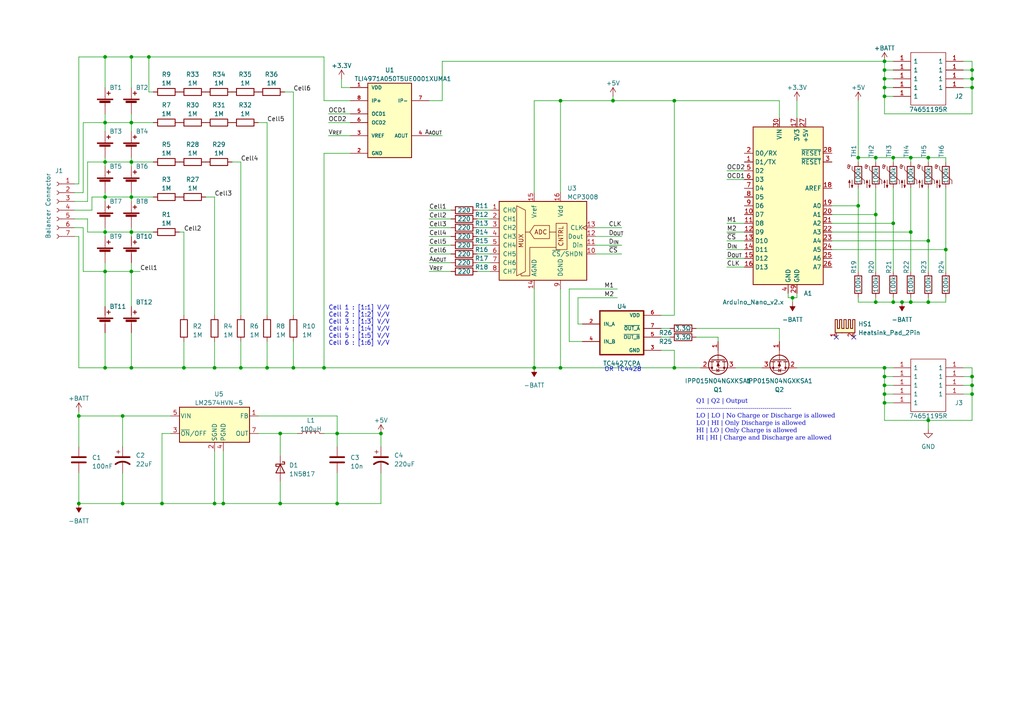
<source format=kicad_sch>
(kicad_sch (version 20230121) (generator eeschema)
  (paper "A4")
  (lib_symbols
    (symbol "74651195R_1" (pin_names (offset 0.762))
      (property "Reference" "J2" (at 19.05 -10.16 0))
      (property "Value" "74651195R" (at 10.16 -15.24 0))
      (symbol "74651195R_1_0_0"
        (pin passive line (at 0 -10.16 0) (length 5.08) (name "1") (number "1"))
        (pin passive line (at 0 -7.62 0) (length 5.08) (name "1") (number "1"))
        (pin passive line (at 0 -5.08 0) (length 5.08) (name "1") (number "1"))
        (pin passive line (at 0 -2.54 0) (length 5.08) (name "1") (number "1"))
        (pin passive line (at 0 0 0) (length 5.08) (name "1") (number "1"))
        (pin passive line (at 20.32 -7.62 180) (length 5.08) (name "1") (number "1"))
        (pin passive line (at 20.32 -5.08 180) (length 5.08) (name "1") (number "1"))
        (pin passive line (at 20.32 -2.54 180) (length 5.08) (name "1") (number "1"))
        (pin passive line (at 20.32 0 180) (length 5.08) (name "1") (number "1"))
      )
    )
    (symbol "Analog_ADC:MCP3008" (pin_names (offset 1.016))
      (property "Reference" "U" (at -5.08 13.335 0))
      (property "Value" "MCP3008" (at -5.08 11.43 0))
      (symbol "MCP3008_0_0"
        (text "ADC" (at -0.635 1.27 0) (effects (font (size 1.27 1.27))))
        (text "CNTRL" (at 5.969 -2.921 900) (effects (font (size 1.27 1.27)) (justify left bottom)))
        (text "MUX" (at -6.35 -1.27 900) (effects (font (size 1.27 1.27))))
      )
      (symbol "MCP3008_1_1"
        (pin input line (at -15.24 7.62 0) (length 2.54) (name "CH0") (number "1"))
        (pin input line (at 15.24 -5.08 180) (length 2.54) (name "~{CS}/SHDN") (number "10"))
        (pin input line (at 15.24 -2.54 180) (length 2.54) (name "Din") (number "11"))
        (pin output line (at 15.24 0 180) (length 2.54) (name "Dout") (number "12"))
        (pin input clock (at 15.24 2.54 180) (length 2.54) (name "CLK") (number "13"))
        (pin power_in line (at -2.54 -15.24 90) (length 2.54) (name "AGND") (number "14"))
        (pin power_in line (at -2.54 12.7 270) (length 2.54) (name "Vref") (number "15"))
        (pin power_in line (at 5.08 12.7 270) (length 2.54) (name "Vdd") (number "16"))
        (pin input line (at -15.24 5.08 0) (length 2.54) (name "CH1") (number "2"))
        (pin input line (at -15.24 2.54 0) (length 2.54) (name "CH2") (number "3"))
        (pin input line (at -15.24 0 0) (length 2.54) (name "CH3") (number "4"))
        (pin input line (at -15.24 -2.54 0) (length 2.54) (name "CH4") (number "5"))
        (pin input line (at -15.24 -5.08 0) (length 2.54) (name "CH5") (number "6"))
        (pin input line (at -15.24 -7.62 0) (length 2.54) (name "CH6") (number "7"))
        (pin input line (at -15.24 -10.16 0) (length 2.54) (name "CH7") (number "8"))
        (pin power_in line (at 5.08 -15.24 90) (length 2.54) (name "DGND") (number "9"))
      )
    )
    (symbol "Connector:Conn_01x07_Socket" (pin_names (offset 1.016) hide)
      (property "Reference" "J" (at 0 10.16 0))
      (property "Value" "Conn_01x07_Socket" (at 0 -10.16 0))
      (symbol "Conn_01x07_Socket_1_1"
        (pin passive line (at -5.08 7.62 0) (length 3.81) (name "Pin_1") (number "1"))
        (pin passive line (at -5.08 5.08 0) (length 3.81) (name "Pin_2") (number "2"))
        (pin passive line (at -5.08 2.54 0) (length 3.81) (name "Pin_3") (number "3"))
        (pin passive line (at -5.08 0 0) (length 3.81) (name "Pin_4") (number "4"))
        (pin passive line (at -5.08 -2.54 0) (length 3.81) (name "Pin_5") (number "5"))
        (pin passive line (at -5.08 -5.08 0) (length 3.81) (name "Pin_6") (number "6"))
        (pin passive line (at -5.08 -7.62 0) (length 3.81) (name "Pin_7") (number "7"))
      )
    )
    (symbol "Device:Battery_Cell" (pin_numbers hide) (pin_names (offset 0) hide)
      (property "Reference" "BT" (at 2.54 2.54 0))
      (property "Value" "Battery_Cell" (at 2.54 0 0))
      (symbol "Battery_Cell_1_1"
        (pin passive line (at 0 5.08 270) (length 2.54) (name "+") (number "1"))
        (pin passive line (at 0 -2.54 90) (length 2.54) (name "-") (number "2"))
      )
    )
    (symbol "Device:C" (pin_numbers hide) (pin_names (offset 0.254))
      (property "Reference" "C" (at 0.635 2.54 0))
      (property "Value" "C" (at 0.635 -2.54 0))
      (symbol "C_1_1"
        (pin passive line (at 0 3.81 270) (length 2.794) (name "~") (number "1"))
        (pin passive line (at 0 -3.81 90) (length 2.794) (name "~") (number "2"))
      )
    )
    (symbol "Device:C_Polarized_US" (pin_numbers hide) (pin_names (offset 0.254) hide)
      (property "Reference" "C" (at 0.635 2.54 0))
      (property "Value" "C_Polarized_US" (at 0.635 -2.54 0))
      (symbol "C_Polarized_US_1_1"
        (pin passive line (at 0 3.81 270) (length 2.794) (name "~") (number "1"))
        (pin passive line (at 0 -3.81 90) (length 3.302) (name "~") (number "2"))
      )
    )
    (symbol "Device:D_Schottky" (pin_numbers hide) (pin_names (offset 1.016) hide)
      (property "Reference" "D" (at 0 2.54 0))
      (property "Value" "D_Schottky" (at 0 -2.54 0))
      (symbol "D_Schottky_1_1"
        (pin passive line (at -3.81 0 0) (length 2.54) (name "K") (number "1"))
        (pin passive line (at 3.81 0 180) (length 2.54) (name "A") (number "2"))
      )
    )
    (symbol "Device:L" (pin_numbers hide) (pin_names (offset 1.016) hide)
      (property "Reference" "L" (at -1.27 0 90))
      (property "Value" "L" (at 1.905 0 90))
      (symbol "L_1_1"
        (pin passive line (at 0 3.81 270) (length 1.27) (name "1") (number "1"))
        (pin passive line (at 0 -3.81 90) (length 1.27) (name "2") (number "2"))
      )
    )
    (symbol "Device:Q_NMOS_GDS" (pin_names (offset 0) hide)
      (property "Reference" "Q" (at 5.08 1.27 0))
      (property "Value" "Q_NMOS_GDS" (at 5.08 -1.27 0))
      (symbol "Q_NMOS_GDS_1_1"
        (pin input line (at -5.08 0 0) (length 2.54) (name "G") (number "1"))
        (pin passive line (at 2.54 5.08 270) (length 2.54) (name "D") (number "2"))
        (pin passive line (at 2.54 -5.08 90) (length 2.54) (name "S") (number "3"))
      )
    )
    (symbol "Device:R" (pin_numbers hide) (pin_names (offset 0))
      (property "Reference" "R" (at 2.032 0 90))
      (property "Value" "R" (at 0 0 90))
      (symbol "R_1_1"
        (pin passive line (at 0 3.81 270) (length 1.27) (name "~") (number "1"))
        (pin passive line (at 0 -3.81 90) (length 1.27) (name "~") (number "2"))
      )
    )
    (symbol "Device:Thermistor_NTC" (pin_numbers hide) (pin_names (offset 0))
      (property "Reference" "TH" (at -4.445 0 90))
      (property "Value" "Thermistor_NTC" (at 3.175 0 90))
      (symbol "Thermistor_NTC_1_1"
        (pin passive line (at 0 3.81 270) (length 1.27) (name "~") (number "1"))
        (pin passive line (at 0 -3.81 90) (length 1.27) (name "~") (number "2"))
      )
    )
    (symbol "MCU_Module:Arduino_Nano_v2.x"
      (property "Reference" "A" (at -10.16 23.495 0))
      (property "Value" "Arduino_Nano_v2.x" (at 5.08 -24.13 0))
      (symbol "Arduino_Nano_v2.x_1_1"
        (pin bidirectional line (at -12.7 12.7 0) (length 2.54) (name "D1/TX") (number "1"))
        (pin bidirectional line (at -12.7 -2.54 0) (length 2.54) (name "D7") (number "10"))
        (pin bidirectional line (at -12.7 -5.08 0) (length 2.54) (name "D8") (number "11"))
        (pin bidirectional line (at -12.7 -7.62 0) (length 2.54) (name "D9") (number "12"))
        (pin bidirectional line (at -12.7 -10.16 0) (length 2.54) (name "D10") (number "13"))
        (pin bidirectional line (at -12.7 -12.7 0) (length 2.54) (name "D11") (number "14"))
        (pin bidirectional line (at -12.7 -15.24 0) (length 2.54) (name "D12") (number "15"))
        (pin bidirectional line (at -12.7 -17.78 0) (length 2.54) (name "D13") (number "16"))
        (pin power_out line (at 2.54 25.4 270) (length 2.54) (name "3V3") (number "17"))
        (pin input line (at 12.7 5.08 180) (length 2.54) (name "AREF") (number "18"))
        (pin bidirectional line (at 12.7 0 180) (length 2.54) (name "A0") (number "19"))
        (pin bidirectional line (at -12.7 15.24 0) (length 2.54) (name "D0/RX") (number "2"))
        (pin bidirectional line (at 12.7 -2.54 180) (length 2.54) (name "A1") (number "20"))
        (pin bidirectional line (at 12.7 -5.08 180) (length 2.54) (name "A2") (number "21"))
        (pin bidirectional line (at 12.7 -7.62 180) (length 2.54) (name "A3") (number "22"))
        (pin bidirectional line (at 12.7 -10.16 180) (length 2.54) (name "A4") (number "23"))
        (pin bidirectional line (at 12.7 -12.7 180) (length 2.54) (name "A5") (number "24"))
        (pin bidirectional line (at 12.7 -15.24 180) (length 2.54) (name "A6") (number "25"))
        (pin bidirectional line (at 12.7 -17.78 180) (length 2.54) (name "A7") (number "26"))
        (pin power_out line (at 5.08 25.4 270) (length 2.54) (name "+5V") (number "27"))
        (pin input line (at 12.7 15.24 180) (length 2.54) (name "~{RESET}") (number "28"))
        (pin power_in line (at 2.54 -25.4 90) (length 2.54) (name "GND") (number "29"))
        (pin input line (at 12.7 12.7 180) (length 2.54) (name "~{RESET}") (number "3"))
        (pin power_in line (at -2.54 25.4 270) (length 2.54) (name "VIN") (number "30"))
        (pin power_in line (at 0 -25.4 90) (length 2.54) (name "GND") (number "4"))
        (pin bidirectional line (at -12.7 10.16 0) (length 2.54) (name "D2") (number "5"))
        (pin bidirectional line (at -12.7 7.62 0) (length 2.54) (name "D3") (number "6"))
        (pin bidirectional line (at -12.7 5.08 0) (length 2.54) (name "D4") (number "7"))
        (pin bidirectional line (at -12.7 2.54 0) (length 2.54) (name "D5") (number "8"))
        (pin bidirectional line (at -12.7 0 0) (length 2.54) (name "D6") (number "9"))
      )
    )
    (symbol "Mechanical:Heatsink_Pad_2Pin" (pin_names (offset 0))
      (property "Reference" "HS" (at 0 5.715 0))
      (property "Value" "Heatsink_Pad_2Pin" (at 0 3.81 0))
      (symbol "Heatsink_Pad_2Pin_1_1"
        (pin passive line (at -2.54 -2.54 90) (length 1.27) (name "~") (number "1"))
        (pin passive line (at 2.54 -2.54 90) (length 1.27) (name "~") (number "2"))
      )
    )
    (symbol "Regulator_Switching:LM2574HVN-5" (pin_names (offset 0.254))
      (property "Reference" "U" (at -10.16 6.35 0))
      (property "Value" "LM2574HVN-5" (at 0 6.35 0))
      (symbol "LM2574HVN-5_1_1"
        (pin input line (at 12.7 2.54 180) (length 2.54) (name "FB") (number "1"))
        (pin power_in line (at 0 -7.62 90) (length 2.54) (name "SGND") (number "2"))
        (pin input line (at -12.7 -2.54 0) (length 2.54) (name "~{ON}/OFF") (number "3"))
        (pin power_in line (at 2.54 -7.62 90) (length 2.54) (name "PGND") (number "4"))
        (pin power_in line (at -12.7 2.54 0) (length 2.54) (name "VIN") (number "5"))
        (pin no_connect line (at -10.16 0 0) (length 2.54) hide (name "NC") (number "6"))
        (pin output line (at 12.7 -2.54 180) (length 2.54) (name "OUT") (number "7"))
        (pin no_connect line (at 10.16 0 180) (length 2.54) hide (name "NC") (number "8"))
      )
    )
    (symbol "TC4427CPA:TC4427CPA" (pin_names (offset 1.016))
      (property "Reference" "U77" (at 0 13.97 0))
      (property "Value" "TC4427CPA" (at 0 11.43 0))
      (symbol "TC4427CPA_0_0"
        (pin input line (at 11.43 2.54 180) (length 5.08) (name "IN_A") (number "2"))
        (pin power_in line (at -11.43 -5.08 0) (length 5.08) (name "GND") (number "3"))
        (pin input line (at 11.43 -2.54 180) (length 5.08) (name "IN_B") (number "4"))
        (pin output line (at -11.43 -1.27 0) (length 5.08) (name "~{OUT_B}") (number "5"))
        (pin power_in line (at -11.43 5.08 0) (length 5.08) (name "VDD") (number "6"))
        (pin output line (at -11.43 1.27 0) (length 5.08) (name "~{OUT_A}") (number "7"))
      )
    )
    (symbol "TLI4971A050T5UE0001XUMA1:TLI4971A050T5UE0001XUMA1" (pin_names (offset 1.016))
      (property "Reference" "U1" (at 0 13.97 0))
      (property "Value" "TLI4971A050T5UE0001XUMA1" (at 3.81 11.43 0))
      (symbol "TLI4971A050T5UE0001XUMA1_0_0"
        (pin power_in line (at -11.43 8.89 0) (length 5.08) (name "VDD") (number "1"))
        (pin power_in line (at -11.43 -10.16 0) (length 5.08) (name "GND") (number "2"))
        (pin bidirectional line (at -11.43 -5.08 0) (length 5.08) (name "VREF") (number "3"))
        (pin output line (at 11.43 -5.08 180) (length 5.08) (name "AOUT") (number "4"))
        (pin output line (at -11.43 1.27 0) (length 5.08) (name "OCD1") (number "5"))
        (pin output line (at -11.43 -1.27 0) (length 5.08) (name "OCD2") (number "6"))
        (pin input line (at 11.43 5.08 180) (length 5.08) (name "IP-") (number "7"))
        (pin input line (at -11.43 5.08 0) (length 5.08) (name "IP+") (number "8"))
      )
    )
    (symbol "power:+3.3V" (power) (pin_names (offset 0))
      (property "Value" "+3.3V" (at 0 3.556 0))
      (symbol "+3.3V_1_1"
        (pin power_in line (at 0 0 90) (length 0) hide (name "+3.3V") (number "1"))
      )
    )
    (symbol "power:+5V" (power) (pin_names (offset 0))
      (property "Value" "+5V" (at 0 3.556 0))
      (symbol "+5V_1_1"
        (pin power_in line (at 0 0 90) (length 0) hide (name "+5V") (number "1"))
      )
    )
    (symbol "power:+BATT" (power) (pin_names (offset 0))
      (property "Value" "+BATT" (at 0 3.556 0))
      (symbol "+BATT_1_1"
        (pin power_in line (at 0 0 90) (length 0) hide (name "+BATT") (number "1"))
      )
    )
    (symbol "power:-BATT" (power) (pin_names (offset 0))
      (property "Value" "-BATT" (at 0 3.556 0))
      (symbol "-BATT_1_1"
        (pin power_in line (at 0 0 90) (length 0) hide (name "-BATT") (number "1"))
      )
    )
    (symbol "power:GND" (power) (pin_names (offset 0))
      (property "Value" "GND" (at 0 -3.81 0))
      (symbol "GND_1_1"
        (pin power_in line (at 0 0 270) (length 0) hide (name "GND") (number "1"))
      )
    )
  )
  (junction (at 38.1 35.56))
  (junction (at 35.56 120.65))
  (junction (at 85.09 106.68))
  (junction (at 30.48 46.99))
  (junction (at 30.48 106.68))
  (junction (at 162.56 106.68))
  (junction (at 97.79 146.05))
  (junction (at 22.86 146.05))
  (junction (at 254 87.63))
  (junction (at 154.94 106.68))
  (junction (at 110.49 125.73))
  (junction (at 81.28 125.73))
  (junction (at 22.86 120.65))
  (junction (at 264.16 87.63))
  (junction (at 177.8 29.21))
  (junction (at 35.56 146.05))
  (junction (at 38.1 67.31))
  (junction (at 43.18 16.51))
  (junction (at 269.24 69.85))
  (junction (at 62.23 106.68))
  (junction (at 256.54 106.68))
  (junction (at 248.92 59.69))
  (junction (at 269.24 121.92))
  (junction (at 256.54 20.32))
  (junction (at 281.94 111.76))
  (junction (at 81.28 146.05))
  (junction (at 256.54 25.4))
  (junction (at 64.77 146.05))
  (junction (at 46.99 146.05))
  (junction (at 256.54 116.84))
  (junction (at 30.48 16.51))
  (junction (at 264.16 45.72))
  (junction (at 256.54 109.22))
  (junction (at 53.34 106.68))
  (junction (at 229.87 86.36))
  (junction (at 281.94 22.86))
  (junction (at 256.54 22.86))
  (junction (at 38.1 78.74))
  (junction (at 269.24 87.63))
  (junction (at 248.92 45.72))
  (junction (at 93.98 106.68))
  (junction (at 256.54 111.76))
  (junction (at 38.1 57.15))
  (junction (at 261.62 87.63))
  (junction (at 38.1 106.68))
  (junction (at 281.94 109.22))
  (junction (at 69.85 106.68))
  (junction (at 30.48 78.74))
  (junction (at 259.08 87.63))
  (junction (at 97.79 125.73))
  (junction (at 30.48 35.56))
  (junction (at 256.54 27.94))
  (junction (at 264.16 67.31))
  (junction (at 195.58 29.21))
  (junction (at 254 62.23))
  (junction (at 38.1 46.99))
  (junction (at 77.47 106.68))
  (junction (at 281.94 20.32))
  (junction (at 256.54 17.78))
  (junction (at 30.48 67.31))
  (junction (at 274.32 72.39))
  (junction (at 256.54 114.3))
  (junction (at 195.58 106.68))
  (junction (at 254 45.72))
  (junction (at 259.08 64.77))
  (junction (at 162.56 29.21))
  (junction (at 38.1 16.51))
  (junction (at 259.08 45.72))
  (junction (at 281.94 25.4))
  (junction (at 281.94 114.3))
  (junction (at 269.24 45.72))
  (junction (at 62.23 146.05))
  (junction (at 30.48 57.15))
  (no_connect (at 247.65 97.79))
  (no_connect (at 242.57 97.79))
  (wire (pts (xy 195.58 106.68) (xy 203.2 106.68)))
  (wire (pts (xy 128.27 17.78) (xy 256.54 17.78)))
  (wire (pts (xy 38.1 78.74) (xy 40.64 78.74)))
  (wire (pts (xy 248.92 54.61) (xy 248.92 59.69)))
  (wire (pts (xy 226.06 95.25) (xy 226.06 99.06)))
  (wire (pts (xy 53.34 67.31) (xy 53.34 91.44)))
  (wire (pts (xy 25.4 58.42) (xy 25.4 46.99)))
  (wire (pts (xy 46.99 146.05) (xy 62.23 146.05)))
  (wire (pts (xy 172.72 73.66) (xy 180.34 73.66)))
  (wire (pts (xy 62.23 146.05) (xy 64.77 146.05)))
  (wire (pts (xy 30.48 96.52) (xy 30.48 106.68)))
  (wire (pts (xy 86.36 125.73) (xy 81.28 125.73)))
  (wire (pts (xy 81.28 125.73) (xy 81.28 132.08)))
  (wire (pts (xy 77.47 106.68) (xy 85.09 106.68)))
  (wire (pts (xy 30.48 35.56) (xy 24.13 35.56)))
  (wire (pts (xy 35.56 120.65) (xy 35.56 129.54)))
  (wire (pts (xy 162.56 29.21) (xy 162.56 55.88)))
  (wire (pts (xy 24.13 66.04) (xy 21.59 66.04)))
  (wire (pts (xy 85.09 26.67) (xy 85.09 91.44)))
  (wire (pts (xy 124.46 78.74) (xy 130.81 78.74)))
  (wire (pts (xy 38.1 35.56) (xy 44.45 35.56)))
  (wire (pts (xy 256.54 106.68) (xy 259.08 106.68)))
  (wire (pts (xy 38.1 46.99) (xy 44.45 46.99)))
  (wire (pts (xy 138.43 60.96) (xy 142.24 60.96)))
  (wire (pts (xy 53.34 67.31) (xy 52.07 67.31)))
  (wire (pts (xy 281.94 114.3) (xy 281.94 121.92)))
  (wire (pts (xy 30.48 33.02) (xy 30.48 35.56)))
  (wire (pts (xy 49.53 125.73) (xy 46.99 125.73)))
  (wire (pts (xy 162.56 106.68) (xy 195.58 106.68)))
  (wire (pts (xy 168.91 93.98) (xy 167.64 93.98)))
  (wire (pts (xy 59.69 57.15) (xy 62.23 57.15)))
  (wire (pts (xy 30.48 55.88) (xy 30.48 57.15)))
  (wire (pts (xy 248.92 87.63) (xy 248.92 86.36)))
  (wire (pts (xy 256.54 17.78) (xy 259.08 17.78)))
  (wire (pts (xy 22.86 16.51) (xy 30.48 16.51)))
  (wire (pts (xy 124.46 68.58) (xy 130.81 68.58)))
  (wire (pts (xy 264.16 67.31) (xy 264.16 78.74)))
  (wire (pts (xy 210.82 67.31) (xy 215.9 67.31)))
  (wire (pts (xy 241.3 62.23) (xy 254 62.23)))
  (wire (pts (xy 25.4 46.99) (xy 30.48 46.99)))
  (wire (pts (xy 30.48 57.15) (xy 26.67 57.15)))
  (wire (pts (xy 124.46 29.21) (xy 128.27 29.21)))
  (wire (pts (xy 256.54 114.3) (xy 259.08 114.3)))
  (wire (pts (xy 97.79 146.05) (xy 81.28 146.05)))
  (wire (pts (xy 30.48 106.68) (xy 38.1 106.68)))
  (wire (pts (xy 30.48 57.15) (xy 30.48 58.42)))
  (wire (pts (xy 64.77 146.05) (xy 81.28 146.05)))
  (wire (pts (xy 138.43 66.04) (xy 142.24 66.04)))
  (wire (pts (xy 229.87 87.63) (xy 229.87 86.36)))
  (wire (pts (xy 191.77 101.6) (xy 195.58 101.6)))
  (wire (pts (xy 30.48 106.68) (xy 22.86 106.68)))
  (wire (pts (xy 97.79 129.54) (xy 97.79 125.73)))
  (wire (pts (xy 254 62.23) (xy 254 78.74)))
  (wire (pts (xy 53.34 99.06) (xy 53.34 106.68)))
  (wire (pts (xy 38.1 16.51) (xy 30.48 16.51)))
  (wire (pts (xy 259.08 45.72) (xy 259.08 46.99)))
  (wire (pts (xy 110.49 137.16) (xy 110.49 146.05)))
  (wire (pts (xy 254 87.63) (xy 248.92 87.63)))
  (wire (pts (xy 30.48 35.56) (xy 38.1 35.56)))
  (wire (pts (xy 274.32 72.39) (xy 274.32 54.61)))
  (wire (pts (xy 85.09 99.06) (xy 85.09 106.68)))
  (wire (pts (xy 124.46 63.5) (xy 130.81 63.5)))
  (wire (pts (xy 248.92 29.21) (xy 248.92 45.72)))
  (wire (pts (xy 274.32 86.36) (xy 274.32 87.63)))
  (wire (pts (xy 93.98 29.21) (xy 101.6 29.21)))
  (wire (pts (xy 124.46 73.66) (xy 130.81 73.66)))
  (wire (pts (xy 38.1 67.31) (xy 44.45 67.31)))
  (wire (pts (xy 30.48 35.56) (xy 30.48 38.1)))
  (wire (pts (xy 264.16 86.36) (xy 264.16 87.63)))
  (wire (pts (xy 38.1 78.74) (xy 38.1 88.9)))
  (wire (pts (xy 97.79 125.73) (xy 93.98 125.73)))
  (wire (pts (xy 22.86 129.54) (xy 22.86 120.65)))
  (wire (pts (xy 281.94 114.3) (xy 281.94 111.76)))
  (wire (pts (xy 167.64 93.98) (xy 167.64 86.36)))
  (wire (pts (xy 154.94 106.68) (xy 162.56 106.68)))
  (wire (pts (xy 279.4 114.3) (xy 281.94 114.3)))
  (wire (pts (xy 24.13 78.74) (xy 24.13 66.04)))
  (wire (pts (xy 259.08 64.77) (xy 241.3 64.77)))
  (wire (pts (xy 21.59 58.42) (xy 25.4 58.42)))
  (wire (pts (xy 191.77 97.79) (xy 194.31 97.79)))
  (wire (pts (xy 30.48 67.31) (xy 38.1 67.31)))
  (wire (pts (xy 281.94 17.78) (xy 281.94 20.32)))
  (wire (pts (xy 97.79 137.16) (xy 97.79 146.05)))
  (wire (pts (xy 167.64 86.36) (xy 179.07 86.36)))
  (wire (pts (xy 210.82 72.39) (xy 215.9 72.39)))
  (wire (pts (xy 35.56 146.05) (xy 46.99 146.05)))
  (wire (pts (xy 138.43 78.74) (xy 142.24 78.74)))
  (wire (pts (xy 38.1 67.31) (xy 38.1 68.58)))
  (wire (pts (xy 264.16 87.63) (xy 261.62 87.63)))
  (wire (pts (xy 210.82 64.77) (xy 215.9 64.77)))
  (wire (pts (xy 138.43 68.58) (xy 142.24 68.58)))
  (wire (pts (xy 22.86 120.65) (xy 35.56 120.65)))
  (wire (pts (xy 264.16 45.72) (xy 264.16 46.99)))
  (wire (pts (xy 154.94 29.21) (xy 154.94 55.88)))
  (wire (pts (xy 256.54 27.94) (xy 256.54 25.4)))
  (wire (pts (xy 256.54 114.3) (xy 256.54 116.84)))
  (wire (pts (xy 21.59 53.34) (xy 22.86 53.34)))
  (wire (pts (xy 124.46 71.12) (xy 130.81 71.12)))
  (wire (pts (xy 256.54 20.32) (xy 259.08 20.32)))
  (wire (pts (xy 256.54 116.84) (xy 256.54 121.92)))
  (wire (pts (xy 93.98 106.68) (xy 154.94 106.68)))
  (wire (pts (xy 208.28 97.79) (xy 208.28 99.06)))
  (wire (pts (xy 213.36 106.68) (xy 220.98 106.68)))
  (wire (pts (xy 269.24 45.72) (xy 269.24 46.99)))
  (wire (pts (xy 38.1 96.52) (xy 38.1 106.68)))
  (wire (pts (xy 30.48 78.74) (xy 38.1 78.74)))
  (wire (pts (xy 231.14 29.21) (xy 231.14 34.29)))
  (wire (pts (xy 281.94 106.68) (xy 279.4 106.68)))
  (wire (pts (xy 241.3 72.39) (xy 274.32 72.39)))
  (wire (pts (xy 30.48 78.74) (xy 30.48 88.9)))
  (wire (pts (xy 93.98 44.45) (xy 93.98 106.68)))
  (wire (pts (xy 254 45.72) (xy 254 46.99)))
  (wire (pts (xy 256.54 33.02) (xy 281.94 33.02)))
  (wire (pts (xy 99.06 25.4) (xy 101.6 25.4)))
  (wire (pts (xy 256.54 20.32) (xy 256.54 17.78)))
  (wire (pts (xy 231.14 86.36) (xy 231.14 85.09)))
  (wire (pts (xy 138.43 73.66) (xy 142.24 73.66)))
  (wire (pts (xy 210.82 77.47) (xy 215.9 77.47)))
  (wire (pts (xy 24.13 35.56) (xy 24.13 55.88)))
  (wire (pts (xy 124.46 39.37) (xy 128.27 39.37)))
  (wire (pts (xy 259.08 64.77) (xy 259.08 78.74)))
  (wire (pts (xy 35.56 137.16) (xy 35.56 146.05)))
  (wire (pts (xy 22.86 146.05) (xy 35.56 146.05)))
  (wire (pts (xy 38.1 46.99) (xy 38.1 48.26)))
  (wire (pts (xy 38.1 76.2) (xy 38.1 78.74)))
  (wire (pts (xy 281.94 25.4) (xy 279.4 25.4)))
  (wire (pts (xy 67.31 46.99) (xy 69.85 46.99)))
  (wire (pts (xy 97.79 120.65) (xy 97.79 125.73)))
  (wire (pts (xy 44.45 26.67) (xy 43.18 26.67)))
  (wire (pts (xy 168.91 99.06) (xy 165.1 99.06)))
  (wire (pts (xy 142.24 63.5) (xy 138.43 63.5)))
  (wire (pts (xy 248.92 45.72) (xy 254 45.72)))
  (wire (pts (xy 195.58 29.21) (xy 226.06 29.21)))
  (wire (pts (xy 30.48 66.04) (xy 30.48 67.31)))
  (wire (pts (xy 259.08 86.36) (xy 259.08 87.63)))
  (wire (pts (xy 279.4 109.22) (xy 281.94 109.22)))
  (wire (pts (xy 162.56 29.21) (xy 177.8 29.21)))
  (wire (pts (xy 201.93 95.25) (xy 226.06 95.25)))
  (wire (pts (xy 30.48 57.15) (xy 38.1 57.15)))
  (wire (pts (xy 226.06 29.21) (xy 226.06 34.29)))
  (wire (pts (xy 210.82 52.07) (xy 215.9 52.07)))
  (wire (pts (xy 281.94 33.02) (xy 281.94 25.4)))
  (wire (pts (xy 264.16 45.72) (xy 269.24 45.72)))
  (wire (pts (xy 95.25 35.56) (xy 101.6 35.56)))
  (wire (pts (xy 274.32 87.63) (xy 269.24 87.63)))
  (wire (pts (xy 69.85 46.99) (xy 69.85 91.44)))
  (wire (pts (xy 25.4 67.31) (xy 25.4 63.5)))
  (wire (pts (xy 30.48 78.74) (xy 24.13 78.74)))
  (wire (pts (xy 195.58 101.6) (xy 195.58 106.68)))
  (wire (pts (xy 256.54 106.68) (xy 256.54 109.22)))
  (wire (pts (xy 38.1 55.88) (xy 38.1 57.15)))
  (wire (pts (xy 38.1 66.04) (xy 38.1 67.31)))
  (wire (pts (xy 22.86 68.58) (xy 21.59 68.58)))
  (wire (pts (xy 26.67 57.15) (xy 26.67 60.96)))
  (wire (pts (xy 256.54 109.22) (xy 256.54 111.76)))
  (wire (pts (xy 95.25 39.37) (xy 101.6 39.37)))
  (wire (pts (xy 25.4 63.5) (xy 21.59 63.5)))
  (wire (pts (xy 256.54 111.76) (xy 259.08 111.76)))
  (wire (pts (xy 30.48 67.31) (xy 25.4 67.31)))
  (wire (pts (xy 191.77 91.44) (xy 195.58 91.44)))
  (wire (pts (xy 38.1 57.15) (xy 38.1 58.42)))
  (wire (pts (xy 38.1 57.15) (xy 44.45 57.15)))
  (wire (pts (xy 165.1 99.06) (xy 165.1 83.82)))
  (wire (pts (xy 256.54 22.86) (xy 259.08 22.86)))
  (wire (pts (xy 38.1 16.51) (xy 43.18 16.51)))
  (wire (pts (xy 256.54 121.92) (xy 269.24 121.92)))
  (wire (pts (xy 74.93 120.65) (xy 97.79 120.65)))
  (wire (pts (xy 248.92 59.69) (xy 241.3 59.69)))
  (wire (pts (xy 274.32 45.72) (xy 274.32 46.99)))
  (wire (pts (xy 30.48 76.2) (xy 30.48 78.74)))
  (wire (pts (xy 210.82 69.85) (xy 215.9 69.85)))
  (wire (pts (xy 256.54 106.68) (xy 231.14 106.68)))
  (wire (pts (xy 195.58 29.21) (xy 195.58 91.44)))
  (wire (pts (xy 177.8 29.21) (xy 195.58 29.21)))
  (wire (pts (xy 124.46 60.96) (xy 130.81 60.96)))
  (wire (pts (xy 254 45.72) (xy 259.08 45.72)))
  (wire (pts (xy 281.94 17.78) (xy 279.4 17.78)))
  (wire (pts (xy 46.99 125.73) (xy 46.99 146.05)))
  (wire (pts (xy 256.54 25.4) (xy 259.08 25.4)))
  (wire (pts (xy 22.86 119.38) (xy 22.86 120.65)))
  (wire (pts (xy 269.24 54.61) (xy 269.24 69.85)))
  (wire (pts (xy 69.85 99.06) (xy 69.85 106.68)))
  (wire (pts (xy 256.54 116.84) (xy 259.08 116.84)))
  (wire (pts (xy 261.62 87.63) (xy 259.08 87.63)))
  (wire (pts (xy 281.94 109.22) (xy 281.94 106.68)))
  (wire (pts (xy 95.25 33.02) (xy 101.6 33.02)))
  (wire (pts (xy 256.54 111.76) (xy 256.54 114.3)))
  (wire (pts (xy 30.48 16.51) (xy 30.48 25.4)))
  (wire (pts (xy 256.54 109.22) (xy 259.08 109.22)))
  (wire (pts (xy 172.72 68.58) (xy 180.34 68.58)))
  (wire (pts (xy 128.27 29.21) (xy 128.27 17.78)))
  (wire (pts (xy 69.85 106.68) (xy 77.47 106.68)))
  (wire (pts (xy 241.3 67.31) (xy 264.16 67.31)))
  (wire (pts (xy 64.77 146.05) (xy 64.77 130.81)))
  (wire (pts (xy 259.08 45.72) (xy 264.16 45.72)))
  (wire (pts (xy 22.86 137.16) (xy 22.86 146.05)))
  (wire (pts (xy 43.18 26.67) (xy 43.18 16.51)))
  (wire (pts (xy 269.24 69.85) (xy 269.24 78.74)))
  (wire (pts (xy 259.08 27.94) (xy 256.54 27.94)))
  (wire (pts (xy 77.47 35.56) (xy 77.47 91.44)))
  (wire (pts (xy 281.94 111.76) (xy 281.94 109.22)))
  (wire (pts (xy 274.32 72.39) (xy 274.32 78.74)))
  (wire (pts (xy 138.43 76.2) (xy 142.24 76.2)))
  (wire (pts (xy 138.43 71.12) (xy 142.24 71.12)))
  (wire (pts (xy 172.72 66.04) (xy 180.34 66.04)))
  (wire (pts (xy 254 86.36) (xy 254 87.63)))
  (wire (pts (xy 93.98 16.51) (xy 93.98 29.21)))
  (wire (pts (xy 110.49 146.05) (xy 97.79 146.05)))
  (wire (pts (xy 154.94 29.21) (xy 162.56 29.21)))
  (wire (pts (xy 229.87 86.36) (xy 231.14 86.36)))
  (wire (pts (xy 43.18 16.51) (xy 93.98 16.51)))
  (wire (pts (xy 62.23 99.06) (xy 62.23 106.68)))
  (wire (pts (xy 99.06 22.86) (xy 99.06 25.4)))
  (wire (pts (xy 22.86 106.68) (xy 22.86 68.58)))
  (wire (pts (xy 254 62.23) (xy 254 54.61)))
  (wire (pts (xy 22.86 53.34) (xy 22.86 16.51)))
  (wire (pts (xy 162.56 83.82) (xy 162.56 106.68)))
  (wire (pts (xy 81.28 146.05) (xy 81.28 139.7)))
  (wire (pts (xy 256.54 27.94) (xy 256.54 33.02)))
  (wire (pts (xy 201.93 97.79) (xy 208.28 97.79)))
  (wire (pts (xy 279.4 20.32) (xy 281.94 20.32)))
  (wire (pts (xy 269.24 87.63) (xy 264.16 87.63)))
  (wire (pts (xy 38.1 33.02) (xy 38.1 35.56)))
  (wire (pts (xy 281.94 22.86) (xy 281.94 25.4)))
  (wire (pts (xy 264.16 67.31) (xy 264.16 54.61)))
  (wire (pts (xy 81.28 125.73) (xy 74.93 125.73)))
  (wire (pts (xy 259.08 54.61) (xy 259.08 64.77)))
  (wire (pts (xy 30.48 67.31) (xy 30.48 68.58)))
  (wire (pts (xy 269.24 86.36) (xy 269.24 87.63)))
  (wire (pts (xy 228.6 86.36) (xy 229.87 86.36)))
  (wire (pts (xy 62.23 130.81) (xy 62.23 146.05)))
  (wire (pts (xy 38.1 35.56) (xy 38.1 38.1)))
  (wire (pts (xy 269.24 69.85) (xy 241.3 69.85)))
  (wire (pts (xy 30.48 46.99) (xy 38.1 46.99)))
  (wire (pts (xy 124.46 66.04) (xy 130.81 66.04)))
  (wire (pts (xy 281.94 20.32) (xy 281.94 22.86)))
  (wire (pts (xy 259.08 87.63) (xy 254 87.63)))
  (wire (pts (xy 82.55 26.67) (xy 85.09 26.67)))
  (wire (pts (xy 74.93 35.56) (xy 77.47 35.56)))
  (wire (pts (xy 30.48 46.99) (xy 30.48 48.26)))
  (wire (pts (xy 30.48 45.72) (xy 30.48 46.99)))
  (wire (pts (xy 256.54 25.4) (xy 256.54 22.86)))
  (wire (pts (xy 38.1 106.68) (xy 53.34 106.68)))
  (wire (pts (xy 154.94 83.82) (xy 154.94 106.68)))
  (wire (pts (xy 177.8 27.94) (xy 177.8 29.21)))
  (wire (pts (xy 210.82 74.93) (xy 215.9 74.93)))
  (wire (pts (xy 110.49 125.73) (xy 97.79 125.73)))
  (wire (pts (xy 269.24 121.92) (xy 269.24 124.46)))
  (wire (pts (xy 124.46 76.2) (xy 130.81 76.2)))
  (wire (pts (xy 191.77 95.25) (xy 194.31 95.25)))
  (wire (pts (xy 269.24 45.72) (xy 274.32 45.72)))
  (wire (pts (xy 77.47 99.06) (xy 77.47 106.68)))
  (wire (pts (xy 228.6 85.09) (xy 228.6 86.36)))
  (wire (pts (xy 26.67 60.96) (xy 21.59 60.96)))
  (wire (pts (xy 248.92 59.69) (xy 248.92 78.74)))
  (wire (pts (xy 38.1 16.51) (xy 38.1 25.4)))
  (wire (pts (xy 269.24 121.92) (xy 281.94 121.92)))
  (wire (pts (xy 248.92 45.72) (xy 248.92 46.99)))
  (wire (pts (xy 62.23 106.68) (xy 69.85 106.68)))
  (wire (pts (xy 101.6 44.45) (xy 93.98 44.45)))
  (wire (pts (xy 85.09 106.68) (xy 93.98 106.68)))
  (wire (pts (xy 110.49 125.73) (xy 110.49 129.54)))
  (wire (pts (xy 24.13 55.88) (xy 21.59 55.88)))
  (wire (pts (xy 35.56 120.65) (xy 49.53 120.65)))
  (wire (pts (xy 62.23 57.15) (xy 62.23 91.44)))
  (wire (pts (xy 256.54 20.32) (xy 256.54 22.86)))
  (wire (pts (xy 281.94 22.86) (xy 279.4 22.86)))
  (wire (pts (xy 279.4 111.76) (xy 281.94 111.76)))
  (wire (pts (xy 172.72 71.12) (xy 180.34 71.12)))
  (wire (pts (xy 53.34 106.68) (xy 62.23 106.68)))
  (wire (pts (xy 38.1 45.72) (xy 38.1 46.99)))
  (wire (pts (xy 165.1 83.82) (xy 179.07 83.82)))
  (wire (pts (xy 210.82 49.53) (xy 215.9 49.53)))
  (text "OR TC4428\n" (at 175.26 107.95 0) (effects (font (size 1.27 1.27)) (justify left bottom)))
  (text "Q1 | Q2 | Output\n----------------------------------------------\nLO | LO | No Charge or Discharge is allowed\nLO | HI | Only Discharge is allowed\nHI | LO | Only Charge is allowed\nHI | HI | Charge and Discharge are allowed" (at 201.93 128.27 0) (effects (font (size 1.27 1.27)) (justify left bottom)))
  (text "Cell 1 : [1:1] V/V\nCell 2 : [1:2] V/V\nCell 3 : [1:3] V/V\nCell 4 : [1:4] V/V\nCell 5 : [1:5] V/V\nCell 6 : [1:6] V/V" (at 95.25 100.33 0) (effects (font (size 1.27 1.27)) (justify left bottom)))
  (label "~{CS}" (at 210.82 69.85 0))
  (label "Cell4" (at 69.85 46.99 0))
  (label "A_{AOUT}" (at 128.27 39.37 180))
  (label "M1" (at 175.26 83.82 0))
  (label "Cell4" (at 124.46 68.58 0))
  (label "D_{OUT}" (at 210.82 74.93 0))
  (label "A_{AOUT}" (at 124.46 76.2 0))
  (label "OCD2" (at 210.82 49.53 0))
  (label "Cell1" (at 40.64 78.74 0))
  (label "V_{REF}" (at 124.46 78.74 0))
  (label "Cell5" (at 77.47 35.56 0))
  (label "Cell3" (at 62.23 57.15 0))
  (label "CLK" (at 210.82 77.47 0))
  (label "D_{IN}" (at 210.82 72.39 0))
  (label "Cell2" (at 124.46 63.5 0))
  (label "OCD1" (at 210.82 52.07 0))
  (label "V_{REF}" (at 95.25 39.37 0))
  (label "Cell3" (at 124.46 66.04 0))
  (label "CLK" (at 176.53 66.04 0))
  (label "Cell6" (at 85.09 26.67 0))
  (label "Cell1" (at 124.46 60.96 0))
  (label "M1" (at 210.82 64.77 0))
  (label "Cell6" (at 124.46 73.66 0))
  (label "OCD1" (at 95.25 33.02 0))
  (label "~{CS}" (at 176.53 73.66 0))
  (label "D_{IN}" (at 176.53 71.12 0))
  (label "OCD2" (at 95.25 35.56 0))
  (label "M2" (at 175.26 86.36 0))
  (label "Cell5" (at 124.46 71.12 0))
  (label "D_{OUT}" (at 176.53 68.58 0))
  (label "Cell2" (at 53.34 67.31 0))
  (label "M2" (at 210.82 67.31 0))
  (symbol (lib_id "power:GND") (at 269.24 124.46 0) (unit 1)
    (property "Reference" "#PWR05" (effects hide))
    (property "Value" "GND" (at 269.24 129.54 0))
  )
  (symbol (lib_name "74651195R_1") (lib_id "74651195R:74651195R") (at 259.08 17.78 0) (unit 1)
    (property "Reference" "J2" (at 278.13 27.94 0))
    (property "Value" "74651195R" (at 269.24 31.75 0))
    (property "Footprint" "TerminalBlock_Wuerth:Wuerth_REDCUBE-THR_WP-THRSH_74651195_THR" (effects hide))
    (property "Datasheet" "http://katalog.we-online.de/em/datasheet/74651195R.pdf" (effects hide))
    (property "Description" "Wurth Elektronik WP-THRSH 9 Pin PCB Screw Terminal, 85A, Solder, M5" (effects hide))
    (property "Height" "10.5" (effects hide))
    (property "Mouser Part Number" "710-74651195R" (effects hide))
    (property "Mouser Price/Stock" "https://www.mouser.co.uk/ProductDetail/Wurth-Elektronik/74651195R?qs=lBTPRtX1sU%252BvmxiYHcgAuw%3D%3D" (effects hide))
    (property "Manufacturer_Name" "Wurth Elektronik" (effects hide))
    (property "Manufacturer_Part_Number" "74651195R" (effects hide))
  )
  (symbol (lib_id "power:+BATT") (at 22.86 119.38 0) (unit 1)
    (property "Reference" "#PWR010" (effects hide))
    (property "Value" "+BATT" (at 22.86 115.57 0))
  )
  (symbol (lib_id "Device:R") (at 63.5 26.67 90) (unit 1)
    (property "Reference" "R34" (at 63.5 21.59 90))
    (property "Value" "1M" (at 63.5 24.13 90))
    (property "Footprint" "Resistor_THT:R_Axial_DIN0207_L6.3mm_D2.5mm_P10.16mm_Horizontal" (effects hide))
  )
  (symbol (lib_id "Device:R") (at 259.08 82.55 180) (unit 1)
    (property "Reference" "R21" (at 257.81 77.47 90))
    (property "Value" "100k" (at 259.08 82.55 90))
    (property "Footprint" "Resistor_SMD:R_0805_2012Metric_Pad1.20x1.40mm_HandSolder" (effects hide))
  )
  (symbol (lib_id "Device:Thermistor_NTC") (at 264.16 50.8 0) (unit 1)
    (property "Reference" "TH4" (at 262.89 45.72 90) (effects (justify left)))
    (property "Value" "100k" (at 264.16 53.34 90) (effects (justify left)))
    (property "Footprint" "Connector_PinSocket_2.54mm:PinSocket_1x02_P2.54mm_Vertical" (effects hide))
  )
  (symbol (lib_id "Device:R") (at 134.62 60.96 90) (unit 1)
    (property "Reference" "R11" (at 139.7 59.69 90))
    (property "Value" "220" (at 134.62 60.96 90))
    (property "Footprint" "Resistor_SMD:R_0805_2012Metric_Pad1.20x1.40mm_HandSolder" (effects hide))
  )
  (symbol (lib_id "TC4427CPA:TC4427CPA") (at 180.34 96.52 0) (mirror y) (unit 1)
    (property "Reference" "U4" (at 180.34 88.9 0))
    (property "Value" "TC4427CPA" (at 180.34 105.41 0))
    (property "Footprint" "Package_DIP:DIP-8_W7.62mm_LongPads" (effects hide))
    (property "STANDARD" "IPC-7351B" (effects hide))
    (property "PARTREV" "LTR" (effects hide))
    (property "MANUFACTURER" "Microchip" (effects hide))
  )
  (symbol (lib_id "Device:R") (at 274.32 82.55 180) (unit 1)
    (property "Reference" "R24" (at 273.05 77.47 90))
    (property "Value" "100k" (at 274.32 82.55 90))
    (property "Footprint" "Resistor_SMD:R_0805_2012Metric_Pad1.20x1.40mm_HandSolder" (effects hide))
  )
  (symbol (lib_id "Device:R") (at 55.88 46.99 90) (unit 1)
    (property "Reference" "R28" (at 55.88 41.91 90))
    (property "Value" "1M" (at 55.88 44.45 90))
    (property "Footprint" "Resistor_THT:R_Axial_DIN0207_L6.3mm_D2.5mm_P10.16mm_Horizontal" (effects hide))
  )
  (symbol (lib_id "Connector:Conn_01x07_Socket") (at 16.51 60.96 0) (mirror y) (unit 1)
    (property "Reference" "J1" (at 17.145 49.53 0))
    (property "Value" "Balancer Connector" (at 13.97 59.69 90))
    (property "Footprint" "Connector_JST:JST_EH_B7B-EH-A_1x07_P2.50mm_Vertical" (effects hide))
  )
  (symbol (lib_id "Device:Battery_Cell") (at 38.1 63.5 0) (unit 1)
    (property "Reference" "BT8" (at 39.37 58.42 0) (effects (justify left)))
    (property "Value" "Battery_Cell" (effects hide))
    (property "Footprint" "Battery:BatteryHolder_MPD_BH-18650-PC2" (effects hide))
  )
  (symbol (lib_id "Device:D_Schottky") (at 81.28 135.89 270) (unit 1)
    (property "Reference" "D1" (at 83.82 134.9375 90) (effects (justify left)))
    (property "Value" "1N5817" (at 83.82 137.4775 90) (effects (justify left)))
    (property "Footprint" "Diode_THT:D_DO-15_P5.08mm_Vertical_KathodeUp" (effects hide))
  )
  (symbol (lib_id "Device:R") (at 55.88 57.15 90) (unit 1)
    (property "Reference" "R27" (at 55.88 52.07 90))
    (property "Value" "1M" (at 55.88 54.61 90))
    (property "Footprint" "Resistor_THT:R_Axial_DIN0207_L6.3mm_D2.5mm_P10.16mm_Horizontal" (effects hide))
  )
  (symbol (lib_id "Device:C_Polarized_US") (at 110.49 133.35 0) (unit 1)
    (property "Reference" "C4" (at 114.3 132.08 0) (effects (justify left)))
    (property "Value" "220uF" (at 114.3 134.62 0) (effects (justify left)))
    (property "Footprint" "Capacitor_SMD:CP_Elec_6.3x5.8" (effects hide))
  )
  (symbol (lib_id "Device:Battery_Cell") (at 38.1 93.98 0) (unit 1)
    (property "Reference" "BT12" (at 39.37 87.63 0) (effects (justify left)))
    (property "Value" "Battery_Cell" (effects hide))
    (property "Footprint" "Battery:BatteryHolder_MPD_BH-18650-PC2" (effects hide))
  )
  (symbol (lib_id "Device:R") (at 134.62 76.2 90) (unit 1)
    (property "Reference" "R17" (at 139.7 74.93 90))
    (property "Value" "220" (at 134.62 76.2 90))
    (property "Footprint" "Resistor_SMD:R_0805_2012Metric_Pad1.20x1.40mm_HandSolder" (effects hide))
  )
  (symbol (lib_id "Device:R") (at 264.16 82.55 180) (unit 1)
    (property "Reference" "R22" (at 262.89 77.47 90))
    (property "Value" "100k" (at 264.16 82.55 90))
    (property "Footprint" "Resistor_SMD:R_0805_2012Metric_Pad1.20x1.40mm_HandSolder" (effects hide))
  )
  (symbol (lib_id "Device:R") (at 134.62 73.66 90) (unit 1)
    (property "Reference" "R16" (at 139.7 72.39 90))
    (property "Value" "220" (at 134.62 73.66 90))
    (property "Footprint" "Resistor_SMD:R_0805_2012Metric_Pad1.20x1.40mm_HandSolder" (effects hide))
  )
  (symbol (lib_id "Device:R") (at 198.12 97.79 270) (unit 1)
    (property "Reference" "R25" (at 193.04 99.06 90))
    (property "Value" "3.3Ω" (at 198.12 97.79 90))
    (property "Footprint" "Resistor_SMD:R_0805_2012Metric_Pad1.20x1.40mm_HandSolder" (effects hide))
  )
  (symbol (lib_id "Device:R") (at 48.26 26.67 90) (unit 1)
    (property "Reference" "R9" (at 48.26 21.59 90))
    (property "Value" "1M" (at 48.26 24.13 90))
    (property "Footprint" "Resistor_THT:R_Axial_DIN0207_L6.3mm_D2.5mm_P10.16mm_Horizontal" (effects hide))
  )
  (symbol (lib_id "Device:L") (at 90.17 125.73 90) (unit 1)
    (property "Reference" "L1" (at 90.17 121.92 90))
    (property "Value" "100uH" (at 90.17 124.46 90))
    (property "Footprint" "Inductor_THT:L_Radial_D10.5mm_P5.00mm_Abacron_AISR-01" (effects hide))
  )
  (symbol (lib_id "Device:Thermistor_NTC") (at 269.24 50.8 0) (unit 1)
    (property "Reference" "TH5" (at 267.97 45.72 90) (effects (justify left)))
    (property "Value" "100k" (at 269.24 53.34 90) (effects (justify left)))
    (property "Footprint" "Connector_PinSocket_2.54mm:PinSocket_1x02_P2.54mm_Vertical" (effects hide))
  )
  (symbol (lib_id "Device:Battery_Cell") (at 30.48 53.34 0) (unit 1)
    (property "Reference" "BT5" (at 31.75 48.26 0) (effects (justify left)))
    (property "Value" "Battery_Cell" (effects hide))
    (property "Footprint" "Battery:BatteryHolder_MPD_BH-18650-PC2" (effects hide))
  )
  (symbol (lib_id "power:+5V") (at 110.49 125.73 0) (unit 1)
    (property "Reference" "#PWR011" (effects hide))
    (property "Value" "+5V" (at 110.49 121.92 0))
  )
  (symbol (lib_id "Device:C_Polarized_US") (at 35.56 133.35 0) (unit 1)
    (property "Reference" "C2" (at 39.37 132.08 0) (effects (justify left)))
    (property "Value" "22uF" (at 39.37 134.62 0) (effects (justify left)))
    (property "Footprint" "Capacitor_SMD:CP_Elec_5x5.8" (effects hide))
    (property "Datasheet" "https://www.acdcshop.gr/content/panasonic_fk.pdf" (effects hide))
    (property "Part" "EEEFK1V220R" (effects hide))
  )
  (symbol (lib_id "Device:Battery_Cell") (at 30.48 73.66 0) (unit 1)
    (property "Reference" "BT9" (at 31.75 68.58 0) (effects (justify left)))
    (property "Value" "Battery_Cell" (effects hide))
    (property "Footprint" "Battery:BatteryHolder_MPD_BH-18650-PC2" (effects hide))
  )
  (symbol (lib_id "power:+3.3V") (at 231.14 29.21 0) (unit 1)
    (property "Reference" "#PWR04" (effects hide))
    (property "Value" "+3.3V" (at 231.14 25.4 0))
  )
  (symbol (lib_id "Device:R") (at 198.12 95.25 270) (unit 1)
    (property "Reference" "R26" (at 193.04 96.52 90))
    (property "Value" "3.3Ω" (at 198.12 95.25 90))
    (property "Footprint" "Resistor_SMD:R_0805_2012Metric_Pad1.20x1.40mm_HandSolder" (effects hide))
  )
  (symbol (lib_id "Device:Q_NMOS_GDS") (at 226.06 104.14 270) (unit 1)
    (property "Reference" "Q2" (at 226.06 113.03 90))
    (property "Value" "IPP015N04NGXKSA1" (at 226.06 110.49 90))
    (property "Footprint" "Package_TO_SOT_THT:TO-220F-3_Vertical" (effects hide))
    (property "URL" "https://www.acdcshop.gr/transistornmosfetunipolarhexfet40v404a366wto247ac-p-26840.html?f=361_37259%2C" (effects hide))
  )
  (symbol (lib_id "power:-BATT") (at 229.87 87.63 180) (unit 1)
    (property "Reference" "#PWR03" (effects hide))
    (property "Value" "-BATT" (at 229.87 92.71 0))
  )
  (symbol (lib_id "Device:Battery_Cell") (at 30.48 63.5 0) (unit 1)
    (property "Reference" "BT7" (at 31.75 58.42 0) (effects (justify left)))
    (property "Value" "Battery_Cell" (effects hide))
    (property "Footprint" "Battery:BatteryHolder_MPD_BH-18650-PC2" (effects hide))
  )
  (symbol (lib_id "Device:R") (at 134.62 63.5 90) (unit 1)
    (property "Reference" "R12" (at 139.7 62.23 90))
    (property "Value" "220" (at 134.62 63.5 90))
    (property "Footprint" "Resistor_SMD:R_0805_2012Metric_Pad1.20x1.40mm_HandSolder" (effects hide))
  )
  (symbol (lib_id "Device:R") (at 85.09 95.25 0) (unit 1)
    (property "Reference" "R10" (at 87.63 94.615 0) (effects (justify left)))
    (property "Value" "1M" (at 87.63 97.155 0) (effects (justify left)))
    (property "Footprint" "Resistor_THT:R_Axial_DIN0207_L6.3mm_D2.5mm_P10.16mm_Horizontal" (effects hide))
  )
  (symbol (lib_id "Device:R") (at 53.34 95.25 0) (unit 1)
    (property "Reference" "R2" (at 55.88 94.615 0) (effects (justify left)))
    (property "Value" "1M" (at 55.88 97.155 0) (effects (justify left)))
    (property "Footprint" "Resistor_THT:R_Axial_DIN0207_L6.3mm_D2.5mm_P10.16mm_Horizontal" (effects hide))
  )
  (symbol (lib_id "Device:R") (at 71.12 26.67 90) (unit 1)
    (property "Reference" "R35" (at 71.12 21.59 90))
    (property "Value" "1M" (at 71.12 24.13 90))
    (property "Footprint" "Resistor_THT:R_Axial_DIN0207_L6.3mm_D2.5mm_P10.16mm_Horizontal" (effects hide))
  )
  (symbol (lib_id "power:+BATT") (at 256.54 17.78 0) (unit 1)
    (property "Reference" "#PWR06" (effects hide))
    (property "Value" "+BATT" (at 256.54 13.97 0))
  )
  (symbol (lib_id "Device:R") (at 134.62 78.74 90) (unit 1)
    (property "Reference" "R18" (at 139.7 77.47 90))
    (property "Value" "220" (at 134.62 78.74 90))
    (property "Footprint" "Resistor_SMD:R_0805_2012Metric_Pad1.20x1.40mm_HandSolder" (effects hide))
  )
  (symbol (lib_id "Device:Battery_Cell") (at 38.1 53.34 0) (unit 1)
    (property "Reference" "BT6" (at 39.37 48.26 0) (effects (justify left)))
    (property "Value" "Battery_Cell" (effects hide))
    (property "Footprint" "Battery:BatteryHolder_MPD_BH-18650-PC2" (effects hide))
  )
  (symbol (lib_id "Device:R") (at 134.62 66.04 90) (unit 1)
    (property "Reference" "R13" (at 139.7 64.77 90))
    (property "Value" "220" (at 134.62 66.04 90))
    (property "Footprint" "Resistor_SMD:R_0805_2012Metric_Pad1.20x1.40mm_HandSolder" (effects hide))
  )
  (symbol (lib_id "Device:Thermistor_NTC") (at 254 50.8 0) (unit 1)
    (property "Reference" "TH2" (at 252.73 45.72 90) (effects (justify left)))
    (property "Value" "100k" (at 254 53.34 90) (effects (justify left)))
    (property "Footprint" "Connector_PinSocket_2.54mm:PinSocket_1x02_P2.54mm_Vertical" (effects hide))
  )
  (symbol (lib_id "Device:Battery_Cell") (at 38.1 73.66 0) (unit 1)
    (property "Reference" "BT10" (at 39.37 68.58 0) (effects (justify left)))
    (property "Value" "Battery_Cell" (effects hide))
    (property "Footprint" "Battery:BatteryHolder_MPD_BH-18650-PC2" (effects hide))
  )
  (symbol (lib_id "Device:R") (at 78.74 26.67 90) (unit 1)
    (property "Reference" "R36" (at 78.74 21.59 90))
    (property "Value" "1M" (at 78.74 24.13 90))
    (property "Footprint" "Resistor_THT:R_Axial_DIN0207_L6.3mm_D2.5mm_P10.16mm_Horizontal" (effects hide))
  )
  (symbol (lib_id "power:+5V") (at 177.8 27.94 0) (unit 1)
    (property "Reference" "#PWR08" (effects hide))
    (property "Value" "+5V" (at 177.8 24.13 0))
  )
  (symbol (lib_id "power:+3.3V") (at 99.06 22.86 0) (unit 1)
    (property "Reference" "#PWR02" (effects hide))
    (property "Value" "+3.3V" (at 99.06 19.05 0))
  )
  (symbol (lib_id "Device:R") (at 48.26 35.56 90) (unit 1)
    (property "Reference" "R7" (at 48.26 30.48 90))
    (property "Value" "1M" (at 48.26 33.02 90))
    (property "Footprint" "Resistor_THT:R_Axial_DIN0207_L6.3mm_D2.5mm_P10.16mm_Horizontal" (effects hide))
  )
  (symbol (lib_id "Device:C") (at 97.79 133.35 0) (unit 1)
    (property "Reference" "C3" (at 101.6 132.715 0) (effects (justify left)))
    (property "Value" "10n" (at 101.6 135.255 0) (effects (justify left)))
    (property "Footprint" "Capacitor_SMD:C_1206_3216Metric_Pad1.33x1.80mm_HandSolder" (effects hide))
    (property "Part" "CC1206KRX7R9103" (effects hide))
  )
  (symbol (lib_id "Device:R") (at 48.26 57.15 90) (unit 1)
    (property "Reference" "R3" (at 48.26 52.07 90))
    (property "Value" "1M" (at 48.26 54.61 90))
    (property "Footprint" "Resistor_THT:R_Axial_DIN0207_L6.3mm_D2.5mm_P10.16mm_Horizontal" (effects hide))
  )
  (symbol (lib_id "Device:Thermistor_NTC") (at 274.32 50.8 0) (unit 1)
    (property "Reference" "TH6" (at 273.05 45.72 90) (effects (justify left)))
    (property "Value" "100k" (at 274.32 53.34 90) (effects (justify left)))
    (property "Footprint" "Connector_PinSocket_2.54mm:PinSocket_1x02_P2.54mm_Vertical" (effects hide))
  )
  (symbol (lib_id "Device:R") (at 254 82.55 180) (unit 1)
    (property "Reference" "R20" (at 252.73 77.47 90))
    (property "Value" "100k" (at 254 82.55 90))
    (property "Footprint" "Resistor_SMD:R_0805_2012Metric_Pad1.20x1.40mm_HandSolder" (effects hide))
  )
  (symbol (lib_id "Regulator_Switching:LM2574HVN-5") (at 62.23 123.19 0) (unit 1)
    (property "Reference" "U5" (at 63.5 114.3 0))
    (property "Value" "LM2574HVN-5" (at 63.5 116.84 0))
    (property "Footprint" "Package_DIP:DIP-8_W7.62mm" (effects hide))
    (property "Datasheet" "http://www.national.com/ds/LM/LM2574.pdf" (effects hide))
  )
  (symbol (lib_id "Device:Thermistor_NTC") (at 259.08 50.8 0) (unit 1)
    (property "Reference" "TH3" (at 257.81 45.72 90) (effects (justify left)))
    (property "Value" "100k" (at 259.08 53.34 90) (effects (justify left)))
    (property "Footprint" "Connector_PinSocket_2.54mm:PinSocket_1x02_P2.54mm_Vertical" (effects hide))
  )
  (symbol (lib_name "74651195R_1") (lib_id "74651195R:74651195R") (at 259.08 106.68 0) (unit 1)
    (property "Reference" "J3" (at 278.13 116.84 0))
    (property "Value" "74651195R" (at 269.24 120.65 0))
    (property "Footprint" "TerminalBlock_Wuerth:Wuerth_REDCUBE-THR_WP-THRSH_74651195_THR" (effects hide))
    (property "Datasheet" "http://katalog.we-online.de/em/datasheet/74651195R.pdf" (effects hide))
    (property "Description" "Wurth Elektronik WP-THRSH 9 Pin PCB Screw Terminal, 85A, Solder, M5" (effects hide))
    (property "Height" "10.5" (effects hide))
    (property "Mouser Part Number" "710-74651195R" (effects hide))
    (property "Mouser Price/Stock" "https://www.mouser.co.uk/ProductDetail/Wurth-Elektronik/74651195R?qs=lBTPRtX1sU%252BvmxiYHcgAuw%3D%3D" (effects hide))
    (property "Manufacturer_Name" "Wurth Elektronik" (effects hide))
    (property "Manufacturer_Part_Number" "74651195R" (effects hide))
  )
  (symbol (lib_id "Device:R") (at 77.47 95.25 0) (unit 1)
    (property "Reference" "R8" (at 80.01 94.615 0) (effects (justify left)))
    (property "Value" "1M" (at 80.01 97.155 0) (effects (justify left)))
    (property "Footprint" "Resistor_THT:R_Axial_DIN0207_L6.3mm_D2.5mm_P10.16mm_Horizontal" (effects hide))
  )
  (symbol (lib_id "Device:R") (at 69.85 95.25 0) (unit 1)
    (property "Reference" "R6" (at 72.39 94.615 0) (effects (justify left)))
    (property "Value" "1M" (at 72.39 97.155 0) (effects (justify left)))
    (property "Footprint" "Resistor_THT:R_Axial_DIN0207_L6.3mm_D2.5mm_P10.16mm_Horizontal" (effects hide))
  )
  (symbol (lib_id "Device:Battery_Cell") (at 30.48 43.18 0) (unit 1)
    (property "Reference" "BT3" (at 31.75 38.1 0) (effects (justify left)))
    (property "Value" "Battery_Cell" (effects hide))
    (property "Footprint" "Battery:BatteryHolder_MPD_BH-18650-PC2" (effects hide))
  )
  (symbol (lib_id "Device:Battery_Cell") (at 30.48 30.48 0) (unit 1)
    (property "Reference" "BT1" (at 31.75 25.4 0) (effects (justify left)))
    (property "Value" "Battery_Cell" (effects hide))
    (property "Footprint" "Battery:BatteryHolder_MPD_BH-18650-PC2" (effects hide))
  )
  (symbol (lib_id "Device:R") (at 48.26 46.99 90) (unit 1)
    (property "Reference" "R5" (at 48.26 41.91 90))
    (property "Value" "1M" (at 48.26 44.45 90))
    (property "Footprint" "Resistor_THT:R_Axial_DIN0207_L6.3mm_D2.5mm_P10.16mm_Horizontal" (effects hide))
  )
  (symbol (lib_id "MCU_Module:Arduino_Nano_v2.x") (at 228.6 59.69 0) (unit 1)
    (property "Reference" "A1" (at 233.0959 85.09 0) (effects (justify left)))
    (property "Value" "Arduino_Nano_v2.x" (at 209.55 87.63 0) (effects (justify left)))
    (property "Footprint" "Module:Arduino_Nano_WithMountingHoles" (effects hide))
    (property "Datasheet" "https://www.arduino.cc/en/uploads/Main/ArduinoNanoManual23.pdf" (effects hide))
  )
  (symbol (lib_id "TLI4971A050T5UE0001XUMA1:TLI4971A050T5UE0001XUMA1") (at 113.03 34.29 0) (unit 1)
    (property "Reference" "U1" (at 113.03 20.32 0))
    (property "Value" "TLI4971A050T5UE0001XUMA1" (at 116.84 22.86 0))
    (property "Footprint" "Package_SON:Infineon_PG-TISON-8-5" (effects hide))
    (property "STANDARD" "Manufacturer Recommendations" (effects hide))
    (property "MANUFACTURER" "Infineon Technologies" (effects hide))
    (property "MAXIMUM_PACKAGE_HEIGHT" "1.1 mm" (effects hide))
    (property "PARTREV" "1.20" (effects hide))
  )
  (symbol (lib_id "power:-BATT") (at 261.62 87.63 180) (unit 1)
    (property "Reference" "#PWR07" (effects hide))
    (property "Value" "-BATT" (at 261.62 92.71 0))
  )
  (symbol (lib_id "Device:R") (at 62.23 95.25 0) (unit 1)
    (property "Reference" "R4" (at 64.77 94.615 0) (effects (justify left)))
    (property "Value" "1M" (at 64.77 97.155 0) (effects (justify left)))
    (property "Footprint" "Resistor_THT:R_Axial_DIN0207_L6.3mm_D2.5mm_P10.16mm_Horizontal" (effects hide))
  )
  (symbol (lib_id "Device:R") (at 63.5 46.99 90) (unit 1)
    (property "Reference" "R29" (at 63.5 41.91 90))
    (property "Value" "1M" (at 63.5 44.45 90))
    (property "Footprint" "Resistor_THT:R_Axial_DIN0207_L6.3mm_D2.5mm_P10.16mm_Horizontal" (effects hide))
  )
  (symbol (lib_id "Device:R") (at 248.92 82.55 180) (unit 1)
    (property "Reference" "R19" (at 247.65 77.47 90))
    (property "Value" "100k" (at 248.92 82.55 90))
    (property "Footprint" "Resistor_SMD:R_0805_2012Metric_Pad1.20x1.40mm_HandSolder" (effects hide))
  )
  (symbol (lib_id "power:-BATT") (at 22.86 146.05 180) (unit 1)
    (property "Reference" "#PWR012" (effects hide))
    (property "Value" "-BATT" (at 22.86 151.13 0))
  )
  (symbol (lib_id "Device:R") (at 134.62 68.58 90) (unit 1)
    (property "Reference" "R14" (at 139.7 67.31 90))
    (property "Value" "220" (at 134.62 68.58 90))
    (property "Footprint" "Resistor_SMD:R_0805_2012Metric_Pad1.20x1.40mm_HandSolder" (effects hide))
  )
  (symbol (lib_id "Mechanical:Heatsink_Pad_2Pin") (at 245.11 95.25 0) (unit 1)
    (property "Reference" "HS1" (at 248.92 93.98 0) (effects (justify left)))
    (property "Value" "Heatsink_Pad_2Pin" (at 248.92 96.52 0) (effects (justify left)))
    (property "Footprint" "Heatsink:Heatsink_Fischer_SK104-STC-STIC_35x13mm_2xDrill2.5mm" (effects hide))
  )
  (symbol (lib_id "Device:R") (at 55.88 35.56 90) (unit 1)
    (property "Reference" "R30" (at 55.88 30.48 90))
    (property "Value" "1M" (at 55.88 33.02 90))
    (property "Footprint" "Resistor_THT:R_Axial_DIN0207_L6.3mm_D2.5mm_P10.16mm_Horizontal" (effects hide))
  )
  (symbol (lib_id "Device:R") (at 71.12 35.56 90) (unit 1)
    (property "Reference" "R32" (at 71.12 30.48 90))
    (property "Value" "1M" (at 71.12 33.02 90))
    (property "Footprint" "Resistor_THT:R_Axial_DIN0207_L6.3mm_D2.5mm_P10.16mm_Horizontal" (effects hide))
  )
  (symbol (lib_id "Device:R") (at 55.88 26.67 90) (unit 1)
    (property "Reference" "R33" (at 55.88 21.59 90))
    (property "Value" "1M" (at 55.88 24.13 90))
    (property "Footprint" "Resistor_THT:R_Axial_DIN0207_L6.3mm_D2.5mm_P10.16mm_Horizontal" (effects hide))
  )
  (symbol (lib_id "power:-BATT") (at 154.94 106.68 180) (unit 1)
    (property "Reference" "#PWR01" (effects hide))
    (property "Value" "-BATT" (at 154.94 111.76 0))
  )
  (symbol (lib_id "Device:Battery_Cell") (at 38.1 43.18 0) (unit 1)
    (property "Reference" "BT4" (at 39.37 38.1 0) (effects (justify left)))
    (property "Value" "Battery_Cell" (effects hide))
    (property "Footprint" "Battery:BatteryHolder_MPD_BH-18650-PC2" (effects hide))
  )
  (symbol (lib_id "Analog_ADC:MCP3008") (at 157.48 68.58 0) (unit 1)
    (property "Reference" "U3" (at 164.5159 54.61 0) (effects (justify left)))
    (property "Value" "MCP3008" (at 164.5159 57.15 0) (effects (justify left)))
    (property "Footprint" "Package_DIP:DIP-16_W7.62mm_LongPads" (effects hide))
    (property "Datasheet" "http://ww1.microchip.com/downloads/en/DeviceDoc/21295d.pdf" (effects hide))
  )
  (symbol (lib_id "Device:Q_NMOS_GDS") (at 208.28 104.14 90) (mirror x) (unit 1)
    (property "Reference" "Q1" (at 208.28 113.03 90))
    (property "Value" "IPP015N04NGXKSA1" (at 208.28 110.49 90))
    (property "Footprint" "Package_TO_SOT_THT:TO-220F-3_Vertical" (effects hide))
    (property "URL" "https://www.acdcshop.gr/transistornmosfetunipolarhexfet40v404a366wto247ac-p-26840.html?f=361_37259%2C" (effects hide))
  )
  (symbol (lib_id "power:+5V") (at 248.92 29.21 0) (unit 1)
    (property "Reference" "#PWR09" (effects hide))
    (property "Value" "+5V" (at 248.92 25.4 0))
  )
  (symbol (lib_id "Device:R") (at 48.26 67.31 90) (unit 1)
    (property "Reference" "R1" (at 48.26 62.23 90))
    (property "Value" "1M" (at 48.26 64.77 90))
    (property "Footprint" "Resistor_THT:R_Axial_DIN0207_L6.3mm_D2.5mm_P10.16mm_Horizontal" (effects hide))
  )
  (symbol (lib_id "Device:Battery_Cell") (at 38.1 30.48 0) (unit 1)
    (property "Reference" "BT2" (at 39.37 25.4 0) (effects (justify left)))
    (property "Value" "Battery_Cell" (effects hide))
    (property "Footprint" "Battery:BatteryHolder_MPD_BH-18650-PC2" (effects hide))
  )
  (symbol (lib_id "Device:R") (at 134.62 71.12 90) (unit 1)
    (property "Reference" "R15" (at 139.7 69.85 90))
    (property "Value" "220" (at 134.62 71.12 90))
    (property "Footprint" "Resistor_SMD:R_0805_2012Metric_Pad1.20x1.40mm_HandSolder" (effects hide))
  )
  (symbol (lib_id "Device:Thermistor_NTC") (at 248.92 50.8 0) (unit 1)
    (property "Reference" "TH1" (at 247.65 45.72 90) (effects (justify left)))
    (property "Value" "100k" (at 248.92 53.34 90) (effects (justify left)))
    (property "Footprint" "Connector_PinSocket_2.54mm:PinSocket_1x02_P2.54mm_Vertical" (effects hide))
  )
  (symbol (lib_id "Device:C") (at 22.86 133.35 0) (unit 1)
    (property "Reference" "C1" (at 26.67 132.715 0) (effects (justify left)))
    (property "Value" "100nF" (at 26.67 135.255 0) (effects (justify left)))
    (property "Footprint" "Capacitor_SMD:C_0805_2012Metric_Pad1.18x1.45mm_HandSolder" (effects hide))
    (property "Datasheet" "https://www.acdcshop.gr/content/AVX_X7R.pdf" (effects hide))
    (property "Part" "08055C104KAT2A" (effects hide))
  )
  (symbol (lib_id "Device:R") (at 269.24 82.55 180) (unit 1)
    (property "Reference" "R23" (at 267.97 77.47 90))
    (property "Value" "100k" (at 269.24 82.55 90))
    (property "Footprint" "Resistor_SMD:R_0805_2012Metric_Pad1.20x1.40mm_HandSolder" (effects hide))
  )
  (symbol (lib_id "Device:Battery_Cell") (at 30.48 93.98 0) (unit 1)
    (property "Reference" "BT11" (at 31.75 88.9 0) (effects (justify left)))
    (property "Value" "Battery_Cell" (effects hide))
    (property "Footprint" "Battery:BatteryHolder_MPD_BH-18650-PC2" (effects hide))
  )
  (symbol (lib_id "Device:R") (at 63.5 35.56 90) (unit 1)
    (property "Reference" "R31" (at 63.5 30.48 90))
    (property "Value" "1M" (at 63.5 33.02 90))
    (property "Footprint" "Resistor_THT:R_Axial_DIN0207_L6.3mm_D2.5mm_P10.16mm_Horizontal" (effects hide))
  )
)
</source>
